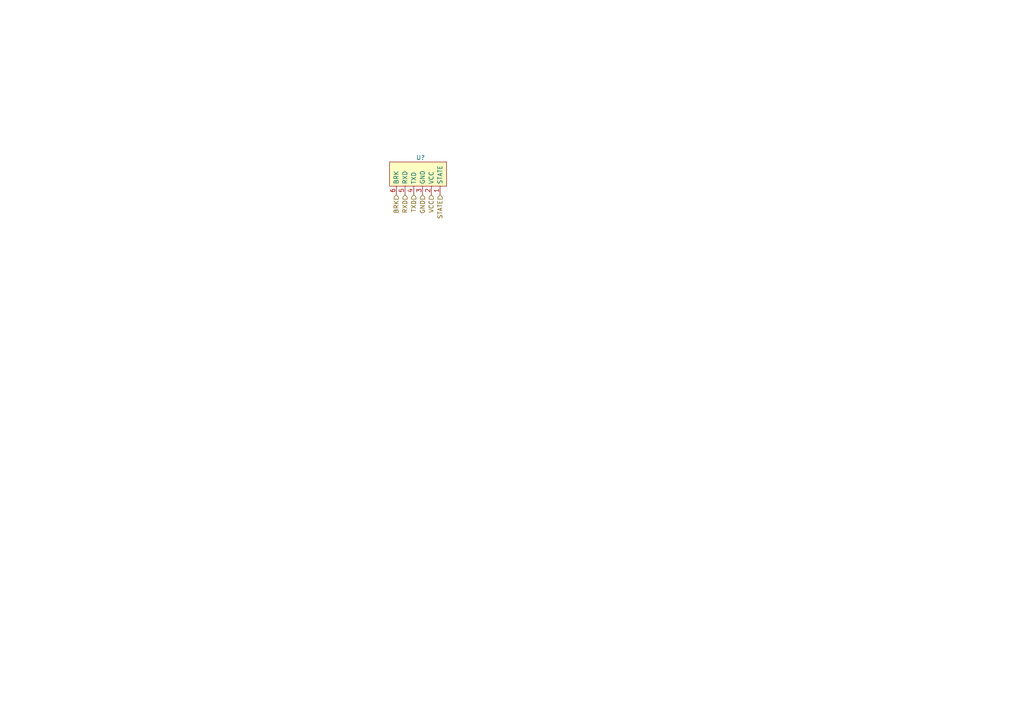
<source format=kicad_sch>
(kicad_sch (version 20211123) (generator eeschema)
  (paper "A4")
  (lib_symbols
    (symbol "HM-10:HM-10_Reduced"
      (property "Reference" "U" (at 0 0 0))
      (property "Value" "HM-10_Reduced" (at 0 2.54 0))
      (symbol "HM-10_Reduced_0_1"
        (rectangle (start -1.905 -1.27) (end 5.08 -17.78) (stroke (width 0.1524)) (fill (type background)))
      )
      (symbol "HM-10_Reduced_1_1"
        (pin input line (at -4.445 -15.875 0) (length 2.54) (name "STATE") (number "1"))
        (pin input line (at -4.445 -13.335 0) (length 2.54) (name "VCC") (number "2"))
        (pin input line (at -4.445 -10.795 0) (length 2.54) (name "GND") (number "3"))
        (pin input line (at -4.445 -8.255 0) (length 2.54) (name "TXD") (number "4"))
        (pin input line (at -4.445 -5.715 0) (length 2.54) (name "RXD") (number "5"))
        (pin input line (at -4.445 -3.175 0) (length 2.54) (name "BRK") (number "6"))
      )
    )
  )
  (hierarchical_label "RXD" (shape input) (at 117.475 56.515 270))
  (hierarchical_label "STATE" (shape input) (at 127.635 56.515 270))
  (hierarchical_label "VCC" (shape input) (at 125.095 56.515 270))
  (hierarchical_label "GND" (shape input) (at 122.555 56.515 270))
  (hierarchical_label "TXD" (shape input) (at 120.015 56.515 270))
  (hierarchical_label "BRK" (shape input) (at 114.935 56.515 270))
  (symbol (lib_id "HM-10:HM-10_Reduced") (at 111.76 52.07 90) (unit 1)
    (property "Reference" "U?" (at 120.65 45.72 90) (effects (justify right)))
  )
)
</source>
